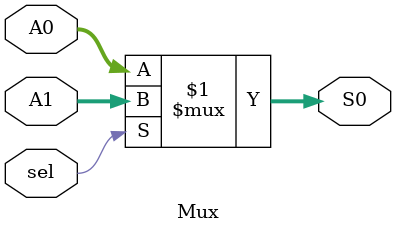
<source format=v>
`timescale 1ns/100ps

module Mux #(
	parameter WIDTH = 16
)
(
  input [ WIDTH - 1 : 0 ] A0,
  input [ WIDTH - 1 : 0 ] A1,
  input sel,
  output [ WIDTH -1 : 0 ] S0
);

  assign S0 = sel ? A1 : A0 ;
endmodule

</source>
